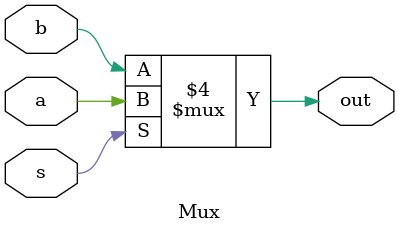
<source format=v>

module Mux(a,b,s,out);

input a,b,s;
output reg out;

always @ (a or b or s)
begin
  if(s == 1'b1) begin
    out = a;
  end
  else begin
    out = b;
  end
end

endmodule
</source>
